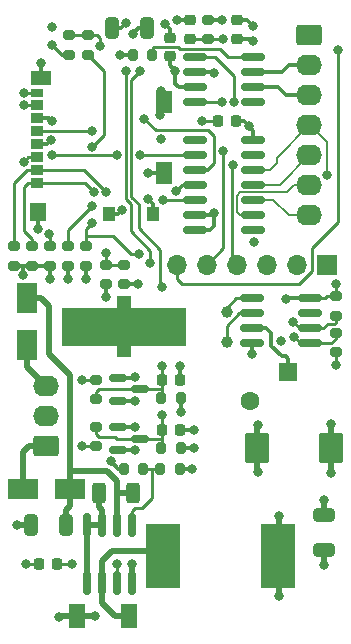
<source format=gtl>
G04 #@! TF.GenerationSoftware,KiCad,Pcbnew,6.0.0-d3dd2cf0fa~116~ubuntu18.04.1*
G04 #@! TF.CreationDate,2023-02-13T16:22:56+00:00*
G04 #@! TF.ProjectId,RemoteESP32,52656d6f-7465-4455-9350-33322e6b6963,rev?*
G04 #@! TF.SameCoordinates,Original*
G04 #@! TF.FileFunction,Copper,L1,Top*
G04 #@! TF.FilePolarity,Positive*
%FSLAX46Y46*%
G04 Gerber Fmt 4.6, Leading zero omitted, Abs format (unit mm)*
G04 Created by KiCad (PCBNEW 6.0.0-d3dd2cf0fa~116~ubuntu18.04.1) date 2023-02-13 16:22:56*
%MOMM*%
%LPD*%
G01*
G04 APERTURE LIST*
G04 Aperture macros list*
%AMRoundRect*
0 Rectangle with rounded corners*
0 $1 Rounding radius*
0 $2 $3 $4 $5 $6 $7 $8 $9 X,Y pos of 4 corners*
0 Add a 4 corners polygon primitive as box body*
4,1,4,$2,$3,$4,$5,$6,$7,$8,$9,$2,$3,0*
0 Add four circle primitives for the rounded corners*
1,1,$1+$1,$2,$3*
1,1,$1+$1,$4,$5*
1,1,$1+$1,$6,$7*
1,1,$1+$1,$8,$9*
0 Add four rect primitives between the rounded corners*
20,1,$1+$1,$2,$3,$4,$5,0*
20,1,$1+$1,$4,$5,$6,$7,0*
20,1,$1+$1,$6,$7,$8,$9,0*
20,1,$1+$1,$8,$9,$2,$3,0*%
G04 Aperture macros list end*
G04 #@! TA.AperFunction,ComponentPad*
%ADD10R,1.200000X1.200000*%
G04 #@! TD*
G04 #@! TA.AperFunction,SMDPad,CuDef*
%ADD11R,10.500000X3.200000*%
G04 #@! TD*
G04 #@! TA.AperFunction,ComponentPad*
%ADD12C,1.000000*%
G04 #@! TD*
G04 #@! TA.AperFunction,SMDPad,CuDef*
%ADD13RoundRect,0.225000X-0.250000X0.225000X-0.250000X-0.225000X0.250000X-0.225000X0.250000X0.225000X0*%
G04 #@! TD*
G04 #@! TA.AperFunction,SMDPad,CuDef*
%ADD14RoundRect,0.200000X-0.275000X0.200000X-0.275000X-0.200000X0.275000X-0.200000X0.275000X0.200000X0*%
G04 #@! TD*
G04 #@! TA.AperFunction,SMDPad,CuDef*
%ADD15RoundRect,0.150000X-0.825000X-0.150000X0.825000X-0.150000X0.825000X0.150000X-0.825000X0.150000X0*%
G04 #@! TD*
G04 #@! TA.AperFunction,SMDPad,CuDef*
%ADD16RoundRect,0.200000X0.275000X-0.200000X0.275000X0.200000X-0.275000X0.200000X-0.275000X-0.200000X0*%
G04 #@! TD*
G04 #@! TA.AperFunction,SMDPad,CuDef*
%ADD17RoundRect,0.150000X-0.587500X-0.150000X0.587500X-0.150000X0.587500X0.150000X-0.587500X0.150000X0*%
G04 #@! TD*
G04 #@! TA.AperFunction,SMDPad,CuDef*
%ADD18RoundRect,0.225000X0.225000X0.250000X-0.225000X0.250000X-0.225000X-0.250000X0.225000X-0.250000X0*%
G04 #@! TD*
G04 #@! TA.AperFunction,SMDPad,CuDef*
%ADD19RoundRect,0.200000X0.200000X0.275000X-0.200000X0.275000X-0.200000X-0.275000X0.200000X-0.275000X0*%
G04 #@! TD*
G04 #@! TA.AperFunction,ComponentPad*
%ADD20R,1.700000X1.700000*%
G04 #@! TD*
G04 #@! TA.AperFunction,ComponentPad*
%ADD21O,1.700000X1.700000*%
G04 #@! TD*
G04 #@! TA.AperFunction,SMDPad,CuDef*
%ADD22R,1.400000X2.100000*%
G04 #@! TD*
G04 #@! TA.AperFunction,SMDPad,CuDef*
%ADD23RoundRect,0.250000X0.312500X0.625000X-0.312500X0.625000X-0.312500X-0.625000X0.312500X-0.625000X0*%
G04 #@! TD*
G04 #@! TA.AperFunction,SMDPad,CuDef*
%ADD24R,1.800000X2.500000*%
G04 #@! TD*
G04 #@! TA.AperFunction,SMDPad,CuDef*
%ADD25R,2.900000X5.400000*%
G04 #@! TD*
G04 #@! TA.AperFunction,SMDPad,CuDef*
%ADD26R,2.500000X1.800000*%
G04 #@! TD*
G04 #@! TA.AperFunction,SMDPad,CuDef*
%ADD27RoundRect,0.225000X-0.225000X-0.250000X0.225000X-0.250000X0.225000X0.250000X-0.225000X0.250000X0*%
G04 #@! TD*
G04 #@! TA.AperFunction,SMDPad,CuDef*
%ADD28RoundRect,0.250000X0.787500X1.025000X-0.787500X1.025000X-0.787500X-1.025000X0.787500X-1.025000X0*%
G04 #@! TD*
G04 #@! TA.AperFunction,SMDPad,CuDef*
%ADD29R,1.100000X0.850000*%
G04 #@! TD*
G04 #@! TA.AperFunction,SMDPad,CuDef*
%ADD30R,1.100000X0.750000*%
G04 #@! TD*
G04 #@! TA.AperFunction,SMDPad,CuDef*
%ADD31R,1.000000X1.200000*%
G04 #@! TD*
G04 #@! TA.AperFunction,SMDPad,CuDef*
%ADD32R,1.800000X1.170000*%
G04 #@! TD*
G04 #@! TA.AperFunction,SMDPad,CuDef*
%ADD33R,1.350000X1.900000*%
G04 #@! TD*
G04 #@! TA.AperFunction,SMDPad,CuDef*
%ADD34R,1.350000X1.550000*%
G04 #@! TD*
G04 #@! TA.AperFunction,ComponentPad*
%ADD35R,1.600000X1.600000*%
G04 #@! TD*
G04 #@! TA.AperFunction,ComponentPad*
%ADD36C,1.600000*%
G04 #@! TD*
G04 #@! TA.AperFunction,SMDPad,CuDef*
%ADD37RoundRect,0.250000X0.325000X0.650000X-0.325000X0.650000X-0.325000X-0.650000X0.325000X-0.650000X0*%
G04 #@! TD*
G04 #@! TA.AperFunction,SMDPad,CuDef*
%ADD38RoundRect,0.200000X-0.200000X-0.275000X0.200000X-0.275000X0.200000X0.275000X-0.200000X0.275000X0*%
G04 #@! TD*
G04 #@! TA.AperFunction,ComponentPad*
%ADD39RoundRect,0.250000X0.845000X-0.620000X0.845000X0.620000X-0.845000X0.620000X-0.845000X-0.620000X0*%
G04 #@! TD*
G04 #@! TA.AperFunction,ComponentPad*
%ADD40O,2.190000X1.740000*%
G04 #@! TD*
G04 #@! TA.AperFunction,SMDPad,CuDef*
%ADD41RoundRect,0.150000X0.150000X-0.825000X0.150000X0.825000X-0.150000X0.825000X-0.150000X-0.825000X0*%
G04 #@! TD*
G04 #@! TA.AperFunction,SMDPad,CuDef*
%ADD42RoundRect,0.250000X-0.650000X0.325000X-0.650000X-0.325000X0.650000X-0.325000X0.650000X0.325000X0*%
G04 #@! TD*
G04 #@! TA.AperFunction,ComponentPad*
%ADD43RoundRect,0.250000X-0.845000X0.620000X-0.845000X-0.620000X0.845000X-0.620000X0.845000X0.620000X0*%
G04 #@! TD*
G04 #@! TA.AperFunction,ViaPad*
%ADD44C,0.800000*%
G04 #@! TD*
G04 #@! TA.AperFunction,Conductor*
%ADD45C,0.200000*%
G04 #@! TD*
G04 #@! TA.AperFunction,Conductor*
%ADD46C,0.250000*%
G04 #@! TD*
G04 #@! TA.AperFunction,Conductor*
%ADD47C,0.500000*%
G04 #@! TD*
G04 #@! TA.AperFunction,Conductor*
%ADD48C,0.300000*%
G04 #@! TD*
G04 APERTURE END LIST*
D10*
X138411200Y-106671600D03*
X138411200Y-110671600D03*
D11*
X138411200Y-108671600D03*
D12*
X147161200Y-109941600D03*
X147161200Y-107401600D03*
D13*
X148031200Y-82740200D03*
X148031200Y-84290200D03*
D14*
X130657600Y-101882200D03*
X130657600Y-103532200D03*
D15*
X144438600Y-92862400D03*
X144438600Y-94132400D03*
X144438600Y-95402400D03*
X144438600Y-96672400D03*
X144438600Y-97942400D03*
X144438600Y-99212400D03*
X144438600Y-100482400D03*
X149388600Y-100482400D03*
X149388600Y-99212400D03*
X149388600Y-97942400D03*
X149388600Y-96672400D03*
X149388600Y-95402400D03*
X149388600Y-94132400D03*
X149388600Y-92862400D03*
D14*
X136906000Y-103444800D03*
X136906000Y-105094800D03*
D16*
X145592800Y-84340200D03*
X145592800Y-82690200D03*
D17*
X137898900Y-113034800D03*
X137898900Y-114934800D03*
X139773900Y-113984800D03*
D18*
X132804200Y-128778000D03*
X131254200Y-128778000D03*
D19*
X140829800Y-85699600D03*
X139179800Y-85699600D03*
D20*
X155600400Y-103418400D03*
D21*
X153060400Y-103418400D03*
X150520400Y-103418400D03*
X147980400Y-103418400D03*
X145440400Y-103418400D03*
X142900400Y-103418400D03*
D13*
X142341600Y-84213400D03*
X142341600Y-85763400D03*
D14*
X129133600Y-101882200D03*
X129133600Y-103532200D03*
D13*
X144068800Y-82740200D03*
X144068800Y-84290200D03*
D22*
X138902800Y-133197600D03*
X134502800Y-133197600D03*
D14*
X135229600Y-101882200D03*
X135229600Y-103532200D03*
D23*
X136307100Y-122732800D03*
X139232100Y-122732800D03*
D19*
X143268200Y-118912400D03*
X141618200Y-118912400D03*
X143240500Y-114746800D03*
X141590500Y-114746800D03*
D16*
X136093200Y-114809800D03*
X136093200Y-113159800D03*
D24*
X130200400Y-106244400D03*
X130200400Y-110244400D03*
D15*
X149264600Y-106288600D03*
X149264600Y-107558600D03*
X149264600Y-108828600D03*
X149264600Y-110098600D03*
X154214600Y-110098600D03*
X154214600Y-108828600D03*
X154214600Y-107558600D03*
X154214600Y-106288600D03*
D25*
X141758800Y-128117600D03*
X151458800Y-128117600D03*
D14*
X132181600Y-101882200D03*
X132181600Y-103532200D03*
D26*
X133908800Y-122428000D03*
X129908800Y-122428000D03*
D27*
X146392600Y-91287600D03*
X147942600Y-91287600D03*
D28*
X155969700Y-118984000D03*
X149744700Y-118984000D03*
D17*
X137898900Y-117200400D03*
X137898900Y-119100400D03*
X139773900Y-118150400D03*
D29*
X131049600Y-96515800D03*
X131049600Y-95415800D03*
X131049600Y-94315800D03*
X131049600Y-93215800D03*
X131049600Y-92115800D03*
X131049600Y-91015800D03*
X131049600Y-89915800D03*
D30*
X131049600Y-88865800D03*
D31*
X137199600Y-99150800D03*
X140899600Y-99150800D03*
D32*
X131399600Y-87655800D03*
D33*
X141874600Y-95650800D03*
X141874600Y-89680800D03*
D34*
X131174600Y-98975800D03*
D35*
X152348600Y-112556600D03*
D36*
X149098600Y-115006600D03*
D37*
X133555000Y-125476000D03*
X130605000Y-125476000D03*
D14*
X138430000Y-103444800D03*
X138430000Y-105094800D03*
D38*
X138443200Y-120700800D03*
X140093200Y-120700800D03*
D18*
X143190500Y-113222800D03*
X141640500Y-113222800D03*
D16*
X156362400Y-107748600D03*
X156362400Y-106098600D03*
D14*
X133807200Y-84011000D03*
X133807200Y-85661000D03*
D39*
X131826000Y-118810800D03*
D40*
X131826000Y-116270800D03*
X131826000Y-113730800D03*
D41*
X135305800Y-130389400D03*
X136575800Y-130389400D03*
X137845800Y-130389400D03*
X139115800Y-130389400D03*
X139115800Y-125439400D03*
X137845800Y-125439400D03*
X136575800Y-125439400D03*
X135305800Y-125439400D03*
D18*
X143218200Y-117388400D03*
X141668200Y-117388400D03*
D14*
X136093200Y-117173000D03*
X136093200Y-118823000D03*
D38*
X141535900Y-120700800D03*
X143185900Y-120700800D03*
D42*
X155346400Y-124651000D03*
X155346400Y-127601000D03*
D37*
X140362200Y-83413600D03*
X137412200Y-83413600D03*
D14*
X156362400Y-109197400D03*
X156362400Y-110847400D03*
D15*
X144438600Y-85877400D03*
X144438600Y-87147400D03*
X144438600Y-88417400D03*
X144438600Y-89687400D03*
X149388600Y-89687400D03*
X149388600Y-88417400D03*
X149388600Y-87147400D03*
X149388600Y-85877400D03*
D14*
X135382000Y-84011000D03*
X135382000Y-85661000D03*
D43*
X154127200Y-84012800D03*
D40*
X154127200Y-86552800D03*
X154127200Y-89092800D03*
X154127200Y-91632800D03*
X154127200Y-94172800D03*
X154127200Y-96712800D03*
X154127200Y-99252800D03*
D14*
X133705600Y-101882200D03*
X133705600Y-103532200D03*
D44*
X139395200Y-117185200D03*
X139115800Y-128778000D03*
X138315100Y-98776485D03*
X149453600Y-101498400D03*
X144373600Y-118963200D03*
X130149600Y-128778000D03*
X151739600Y-109920800D03*
X138125200Y-85699600D03*
X137312400Y-120091200D03*
X141478000Y-90769200D03*
X141574516Y-92774100D03*
X131419600Y-86349600D03*
X140512800Y-97891600D03*
X136906000Y-106200200D03*
X140512800Y-95656400D03*
X144373600Y-117388400D03*
X143256000Y-115915200D03*
X149250400Y-110987600D03*
X149758400Y-116992400D03*
X132334000Y-83301600D03*
X142951200Y-82753200D03*
X149402800Y-83261200D03*
X131165600Y-100421200D03*
X141935200Y-83058000D03*
X129387600Y-125476000D03*
X143205200Y-112003600D03*
X139395200Y-112968800D03*
X132983200Y-133223000D03*
X155346400Y-128879600D03*
X146100800Y-99060000D03*
X146100800Y-87172800D03*
X145034000Y-91287600D03*
X135980400Y-133172200D03*
X141579600Y-88737200D03*
X149758400Y-121005600D03*
X132334000Y-84836000D03*
X138633200Y-82956400D03*
X132334000Y-91226400D03*
X141630400Y-105298000D03*
X139804925Y-87067876D03*
X141630400Y-112003600D03*
X146812000Y-84328000D03*
X156565600Y-85293200D03*
X139598400Y-105094800D03*
X129895600Y-104332800D03*
X144240500Y-120700800D03*
X155956000Y-116941600D03*
X148996400Y-91694000D03*
X132181600Y-104637600D03*
X133705600Y-104637600D03*
X151536400Y-124714000D03*
X156362400Y-105044000D03*
X151536400Y-131521200D03*
X132306535Y-92840300D03*
X156362400Y-111952800D03*
X156006800Y-121056400D03*
X152196800Y-106314000D03*
X146761200Y-82702400D03*
X149402800Y-84531200D03*
X139395200Y-119115600D03*
X139395200Y-114950000D03*
X155346400Y-123393200D03*
X135229600Y-104637600D03*
X142798800Y-87007100D03*
X139192000Y-83870800D03*
X134874000Y-113172000D03*
X135737600Y-99862400D03*
X139750800Y-102554800D03*
X147675600Y-94996000D03*
X146862800Y-93827600D03*
X135890000Y-97271600D03*
X129946400Y-88856049D03*
X135737600Y-98490800D03*
X136956800Y-97284900D03*
X129959700Y-94716921D03*
X132090851Y-100810066D03*
X135737600Y-92140800D03*
X129959700Y-89905600D03*
X136906000Y-102402400D03*
X152755600Y-108244400D03*
X147777200Y-89662000D03*
X146761200Y-89662000D03*
X137820400Y-128778000D03*
X134010400Y-128778000D03*
X141681200Y-116118400D03*
X140667981Y-103328179D03*
X138582400Y-87071200D03*
X134874000Y-118810800D03*
X155600400Y-95798400D03*
X140157200Y-91084400D03*
X136448800Y-84937600D03*
X135737600Y-93436200D03*
X142849600Y-97180400D03*
X152857200Y-109514400D03*
X137820400Y-94127925D03*
X139784249Y-94149751D03*
X132334000Y-94132400D03*
X141732000Y-97942400D03*
D45*
X152816800Y-96712800D02*
X154127200Y-96712800D01*
D46*
X148188800Y-107558600D02*
X147161200Y-108586200D01*
X147161200Y-108586200D02*
X147161200Y-109636800D01*
X149264600Y-107558600D02*
X148188800Y-107558600D01*
D47*
X134502800Y-133197600D02*
X133008600Y-133197600D01*
D48*
X144068800Y-82740200D02*
X142964200Y-82740200D01*
X144438600Y-100482400D02*
X145745200Y-100482400D01*
D46*
X131254200Y-128778000D02*
X130149600Y-128778000D01*
D48*
X140518400Y-95650800D02*
X140512800Y-95656400D01*
X149264600Y-110098600D02*
X149250400Y-110112800D01*
X131399600Y-86369600D02*
X131419600Y-86349600D01*
X146075400Y-87147400D02*
X146100800Y-87172800D01*
X149250400Y-110112800D02*
X149250400Y-110987600D01*
X143268200Y-118912400D02*
X144322800Y-118912400D01*
X139179800Y-85699600D02*
X138125200Y-85699600D01*
X139380000Y-117200400D02*
X139395200Y-117185200D01*
X143218200Y-117388400D02*
X144373600Y-117388400D01*
X132123400Y-91015800D02*
X132334000Y-91226400D01*
X133159000Y-85661000D02*
X132334000Y-84836000D01*
X137922000Y-120700800D02*
X137312400Y-120091200D01*
X144322800Y-118912400D02*
X144373600Y-118963200D01*
X142341600Y-84213400D02*
X142341600Y-83464400D01*
X137898900Y-113034800D02*
X139329200Y-113034800D01*
D47*
X149744700Y-120991900D02*
X149758400Y-121005600D01*
D48*
X142964200Y-82740200D02*
X142951200Y-82753200D01*
X140899600Y-98278400D02*
X140512800Y-97891600D01*
X143240500Y-115899700D02*
X143256000Y-115915200D01*
X137199600Y-99150800D02*
X137940785Y-99150800D01*
X143190500Y-113222800D02*
X143190500Y-112018300D01*
D47*
X149744700Y-118984000D02*
X149744700Y-120991900D01*
X149744700Y-118984000D02*
X149744700Y-117006100D01*
X133008600Y-133197600D02*
X132983200Y-133223000D01*
D48*
X144438600Y-87147400D02*
X146075400Y-87147400D01*
X133807200Y-85661000D02*
X133159000Y-85661000D01*
X139329200Y-113034800D02*
X139395200Y-112968800D01*
X143190500Y-112018300D02*
X143205200Y-112003600D01*
X145948400Y-99212400D02*
X146100800Y-99060000D01*
X144438600Y-99212400D02*
X145948400Y-99212400D01*
X137412200Y-83413600D02*
X138176000Y-83413600D01*
D47*
X135955000Y-133197600D02*
X135980400Y-133172200D01*
D48*
X148881800Y-82740200D02*
X148031200Y-82740200D01*
X149402800Y-83261200D02*
X148881800Y-82740200D01*
X146100800Y-100126800D02*
X146100800Y-99060000D01*
D47*
X139115800Y-130389400D02*
X139115800Y-128778000D01*
D48*
X141874600Y-95650800D02*
X140518400Y-95650800D01*
X137940785Y-99150800D02*
X138315100Y-98776485D01*
X131174600Y-100412200D02*
X131165600Y-100421200D01*
X138443200Y-120700800D02*
X137922000Y-120700800D01*
X131049600Y-91015800D02*
X132123400Y-91015800D01*
X138176000Y-83413600D02*
X138633200Y-82956400D01*
D46*
X146392600Y-91287600D02*
X145034000Y-91287600D01*
D48*
X136906000Y-105094800D02*
X136906000Y-106200200D01*
D47*
X155346400Y-127601000D02*
X155346400Y-128879600D01*
D48*
X137898900Y-117200400D02*
X139380000Y-117200400D01*
X145745200Y-100482400D02*
X146100800Y-100126800D01*
X140899600Y-99150800D02*
X140899600Y-98278400D01*
X142341600Y-83464400D02*
X141935200Y-83058000D01*
X131399600Y-87655800D02*
X131399600Y-86369600D01*
D47*
X134502800Y-133197600D02*
X135955000Y-133197600D01*
D48*
X131174600Y-98975800D02*
X131174600Y-100412200D01*
D47*
X130605000Y-125476000D02*
X129387600Y-125476000D01*
D48*
X143240500Y-114746800D02*
X143240500Y-115899700D01*
D47*
X149744700Y-117006100D02*
X149758400Y-116992400D01*
D48*
X150876000Y-109209600D02*
X150876000Y-110276400D01*
X152146000Y-111190800D02*
X152349200Y-111394000D01*
X152349200Y-111394000D02*
X152348600Y-111394600D01*
X152348600Y-111394600D02*
X152348600Y-112556600D01*
X149264600Y-108828600D02*
X150495000Y-108828600D01*
X150495000Y-108828600D02*
X150876000Y-109209600D01*
X150876000Y-110276400D02*
X151790400Y-111190800D01*
X151790400Y-111190800D02*
X152146000Y-111190800D01*
D46*
X139682400Y-98331200D02*
X139058511Y-97707311D01*
X141522102Y-102202902D02*
X139682400Y-100363200D01*
X136093200Y-114809800D02*
X136093200Y-114238800D01*
X141640500Y-114696800D02*
X141590500Y-114746800D01*
X141640500Y-113974700D02*
X141640500Y-114696800D01*
X139773900Y-113984800D02*
X141630400Y-113984800D01*
X136093200Y-114238800D02*
X136347200Y-113984800D01*
X141522102Y-105189702D02*
X141522102Y-102202902D01*
X141630400Y-105298000D02*
X141522102Y-105189702D01*
X136347200Y-113984800D02*
X139773900Y-113984800D01*
X139682400Y-100363200D02*
X139682400Y-98331200D01*
X139058511Y-97707311D02*
X139058511Y-87814290D01*
X141630400Y-113984800D02*
X141640500Y-113974700D01*
X141640500Y-112013700D02*
X141630400Y-112003600D01*
X141640500Y-113222800D02*
X141640500Y-112013700D01*
X139058511Y-87814290D02*
X139804925Y-87067876D01*
X141640500Y-113222800D02*
X141640500Y-113974700D01*
X153265179Y-105042421D02*
X154330400Y-103977200D01*
X144068800Y-84290200D02*
X145542800Y-84290200D01*
X145592800Y-84340200D02*
X146799800Y-84340200D01*
X146799800Y-84340200D02*
X146812000Y-84328000D01*
X156565600Y-89092800D02*
X156565600Y-85293200D01*
X154330400Y-103977200D02*
X154330400Y-102046800D01*
X154330400Y-102046800D02*
X156565600Y-99811600D01*
X142900400Y-103418400D02*
X142900400Y-104620481D01*
X142900400Y-104620481D02*
X143322340Y-105042421D01*
X156565600Y-99811600D02*
X156565600Y-89092800D01*
X143322340Y-105042421D02*
X153265179Y-105042421D01*
X145542800Y-84290200D02*
X145592800Y-84340200D01*
D48*
X139380000Y-119100400D02*
X139395200Y-119115600D01*
X135229600Y-103532200D02*
X135229600Y-104637600D01*
D46*
X156362400Y-110847400D02*
X156362400Y-111952800D01*
D48*
X152222200Y-106288600D02*
X152196800Y-106314000D01*
D46*
X156362400Y-106098600D02*
X156362400Y-105044000D01*
D48*
X129133600Y-103532200D02*
X130657600Y-103532200D01*
X145592800Y-82690200D02*
X146749000Y-82690200D01*
D46*
X154214600Y-106288600D02*
X155473400Y-106288600D01*
D48*
X133705600Y-103532200D02*
X133705600Y-104637600D01*
D47*
X155969700Y-121019300D02*
X156006800Y-121056400D01*
D48*
X148590000Y-91287600D02*
X148996400Y-91694000D01*
D47*
X155969700Y-118984000D02*
X155969700Y-116955300D01*
D48*
X142341600Y-86549900D02*
X142341600Y-85763400D01*
D46*
X155663400Y-106098600D02*
X156362400Y-106098600D01*
D47*
X155969700Y-118984000D02*
X155969700Y-121019300D01*
D48*
X149161800Y-84290200D02*
X148031200Y-84290200D01*
X137898900Y-119100400D02*
X139380000Y-119100400D01*
X142798800Y-87007100D02*
X142341600Y-86549900D01*
X143078200Y-88417400D02*
X142798800Y-88138000D01*
X149388600Y-92086200D02*
X148996400Y-91694000D01*
X129895600Y-103532200D02*
X129895600Y-104332800D01*
X138430000Y-105094800D02*
X139598400Y-105094800D01*
X131049600Y-93215800D02*
X131931035Y-93215800D01*
D46*
X155473400Y-106288600D02*
X155663400Y-106098600D01*
D48*
X146749000Y-82690200D02*
X146761200Y-82702400D01*
X139380000Y-114934800D02*
X139395200Y-114950000D01*
X144438600Y-88417400D02*
X143078200Y-88417400D01*
D47*
X151536400Y-124714000D02*
X151536400Y-128040000D01*
D48*
X137898900Y-114934800D02*
X139380000Y-114934800D01*
X132181600Y-103532200D02*
X132181600Y-104637600D01*
X140362200Y-83413600D02*
X139649200Y-83413600D01*
X129133600Y-103532200D02*
X129895600Y-103532200D01*
D47*
X151536400Y-128040000D02*
X151458800Y-128117600D01*
X151536400Y-131521200D02*
X151536400Y-128195200D01*
X155346400Y-124651000D02*
X155346400Y-123393200D01*
D48*
X139649200Y-83413600D02*
X139192000Y-83870800D01*
X149388600Y-92862400D02*
X149388600Y-92086200D01*
D47*
X155969700Y-116955300D02*
X155956000Y-116941600D01*
D48*
X154214600Y-106288600D02*
X152222200Y-106288600D01*
X130657600Y-103532200D02*
X132181600Y-103532200D01*
X143185900Y-120700800D02*
X144240500Y-120700800D01*
X131931035Y-93215800D02*
X132306535Y-92840300D01*
D47*
X151536400Y-128195200D02*
X151458800Y-128117600D01*
D48*
X149402800Y-84531200D02*
X149161800Y-84290200D01*
X147942600Y-91287600D02*
X148590000Y-91287600D01*
X142798800Y-88138000D02*
X142798800Y-87007100D01*
D47*
X139232100Y-122732800D02*
X137871200Y-122732800D01*
X133555000Y-124204200D02*
X133908800Y-123850400D01*
X133555000Y-125476000D02*
X133555000Y-124204200D01*
X133908800Y-112765600D02*
X133908800Y-120904000D01*
X131451600Y-106244400D02*
X132130800Y-106923600D01*
X132130800Y-110987600D02*
X133908800Y-112765600D01*
X133908800Y-123850400D02*
X133908800Y-122428000D01*
X137845800Y-122707400D02*
X137845800Y-121742200D01*
X137845800Y-125439400D02*
X137845800Y-122707400D01*
X137871200Y-122732800D02*
X137845800Y-122707400D01*
X137007600Y-120904000D02*
X133908800Y-120904000D01*
X133908800Y-120904000D02*
X133908800Y-122519200D01*
X130200400Y-106244400D02*
X131451600Y-106244400D01*
X132130800Y-106923600D02*
X132130800Y-110987600D01*
X137845800Y-121742200D02*
X137007600Y-120904000D01*
D46*
X136093200Y-113159800D02*
X134886200Y-113159800D01*
D47*
X130200400Y-110244400D02*
X130200400Y-112105200D01*
D46*
X134886200Y-113159800D02*
X134874000Y-113172000D01*
D47*
X130200400Y-112105200D02*
X131826000Y-113730800D01*
D46*
X137561889Y-101096511D02*
X139020178Y-102554800D01*
X135229600Y-101041200D02*
X135229600Y-101882200D01*
X135737600Y-99862400D02*
X135229600Y-100370400D01*
X137506578Y-101041200D02*
X137561889Y-101096511D01*
X135229600Y-101041200D02*
X137506578Y-101041200D01*
X135229600Y-100370400D02*
X135229600Y-101041200D01*
X139020178Y-102554800D02*
X139750800Y-102554800D01*
X147555889Y-102993889D02*
X147555889Y-95115711D01*
X147980400Y-103418400D02*
X147555889Y-102993889D01*
X147555889Y-95115711D02*
X147675600Y-94996000D01*
X145440400Y-103418400D02*
X146862800Y-101996000D01*
X146862800Y-101996000D02*
X146862800Y-93827600D01*
X131049600Y-96515800D02*
X135134200Y-96515800D01*
X130295800Y-96515800D02*
X131049600Y-96515800D01*
X129946400Y-96865200D02*
X130295800Y-96515800D01*
X130657600Y-101284800D02*
X129946400Y-100573600D01*
X135134200Y-96515800D02*
X135890000Y-97271600D01*
X130657600Y-101882200D02*
X130657600Y-101284800D01*
X129946400Y-100573600D02*
X129946400Y-96865200D01*
X133705600Y-100522800D02*
X135737600Y-98490800D01*
X129956151Y-88865800D02*
X129946400Y-88856049D01*
X131049600Y-88865800D02*
X129956151Y-88865800D01*
X133705600Y-101882200D02*
X133705600Y-100522800D01*
X129133600Y-101882200D02*
X129133600Y-96531800D01*
X135087700Y-95415800D02*
X136956800Y-97284900D01*
X131049600Y-95415800D02*
X135087700Y-95415800D01*
X130249600Y-95415800D02*
X131049600Y-95415800D01*
X129133600Y-96531800D02*
X130249600Y-95415800D01*
X132181600Y-101882200D02*
X132181600Y-100900815D01*
X131049600Y-94315800D02*
X130360821Y-94315800D01*
X132181600Y-100900815D02*
X132090851Y-100810066D01*
X130360821Y-94315800D02*
X129959700Y-94716921D01*
X131049600Y-92115800D02*
X135712600Y-92115800D01*
X135712600Y-92115800D02*
X135737600Y-92140800D01*
X136906000Y-103444800D02*
X136906000Y-102402400D01*
X136906000Y-103444800D02*
X138430000Y-103444800D01*
X131049600Y-89915800D02*
X129969900Y-89915800D01*
X129969900Y-89915800D02*
X129959700Y-89905600D01*
X156260800Y-108447600D02*
X156362400Y-108346000D01*
X156362400Y-108346000D02*
X156362400Y-107748600D01*
X154214600Y-108828600D02*
X155321000Y-108828600D01*
X155321000Y-108828600D02*
X155702000Y-108447600D01*
X153339800Y-108828600D02*
X152755600Y-108244400D01*
X155702000Y-108447600D02*
X156260800Y-108447600D01*
X154214600Y-108828600D02*
X153339800Y-108828600D01*
X140817600Y-120700800D02*
X141535900Y-120700800D01*
X139954000Y-124053600D02*
X140817600Y-123190000D01*
X140817600Y-123190000D02*
X140817600Y-120700800D01*
X140093200Y-120700800D02*
X140817600Y-120700800D01*
X139115800Y-124282200D02*
X139115800Y-125439400D01*
X139115800Y-124282200D02*
X139344400Y-124053600D01*
X139344400Y-124053600D02*
X139954000Y-124053600D01*
X146177000Y-85877400D02*
X146913600Y-86614000D01*
X147777200Y-87477600D02*
X147777200Y-89662000D01*
X146913600Y-86614000D02*
X147777200Y-87477600D01*
X144438600Y-85877400D02*
X146177000Y-85877400D01*
X146735800Y-89687400D02*
X146761200Y-89662000D01*
X144438600Y-89687400D02*
X146735800Y-89687400D01*
X137845800Y-129147800D02*
X137845800Y-130389400D01*
X137845800Y-129147800D02*
X137845800Y-128803400D01*
X134010400Y-128778000D02*
X132804200Y-128778000D01*
X137845800Y-128803400D02*
X137820400Y-128778000D01*
X141668200Y-118862400D02*
X141618200Y-118912400D01*
X141668200Y-118188200D02*
X141668200Y-118862400D01*
X139039600Y-100604200D02*
X139039600Y-98324104D01*
X138582400Y-97866904D02*
X138582400Y-87071200D01*
X140667981Y-102232581D02*
X139039600Y-100604200D01*
X139773900Y-118150400D02*
X141630400Y-118150400D01*
X141668200Y-117388400D02*
X141668200Y-116131400D01*
X141630400Y-118150400D02*
X141668200Y-118188200D01*
X137871200Y-118150400D02*
X139773900Y-118150400D01*
X141668200Y-116131400D02*
X141681200Y-116118400D01*
X137718800Y-117998000D02*
X137871200Y-118150400D01*
X136347200Y-117998000D02*
X137718800Y-117998000D01*
X141668200Y-117388400D02*
X141668200Y-118188200D01*
X139039600Y-98324104D02*
X138582400Y-97866904D01*
X140667981Y-103328179D02*
X140667981Y-102232581D01*
X136093200Y-117173000D02*
X136093200Y-117744000D01*
X136093200Y-117744000D02*
X136347200Y-117998000D01*
D47*
X130403600Y-118810800D02*
X129908800Y-119305600D01*
D46*
X136093200Y-118823000D02*
X134886200Y-118823000D01*
X134886200Y-118823000D02*
X134874000Y-118810800D01*
D47*
X129908800Y-119305600D02*
X129908800Y-122519200D01*
X131826000Y-118810800D02*
X130403600Y-118810800D01*
X141352400Y-127711200D02*
X141758800Y-128117600D01*
X136575800Y-132054600D02*
X136575800Y-130389400D01*
X136575800Y-128549400D02*
X137414000Y-127711200D01*
X137718800Y-133197600D02*
X136575800Y-132054600D01*
X137414000Y-127711200D02*
X141352400Y-127711200D01*
X138902800Y-133197600D02*
X137718800Y-133197600D01*
X136575800Y-130389400D02*
X136575800Y-128549400D01*
D48*
X149388600Y-87147400D02*
X151815800Y-87147400D01*
X151815800Y-87147400D02*
X152410400Y-86552800D01*
X152410400Y-86552800D02*
X154127200Y-86552800D01*
X149388600Y-88417400D02*
X151511000Y-88417400D01*
X152186400Y-89092800D02*
X154127200Y-89092800D01*
X151511000Y-88417400D02*
X152186400Y-89092800D01*
D45*
X154127200Y-91632800D02*
X151384000Y-94376000D01*
X155600400Y-95798400D02*
X155600400Y-93055200D01*
X151384000Y-94843600D02*
X150825200Y-95402400D01*
X155600400Y-93055200D02*
X154178000Y-91632800D01*
X154178000Y-91632800D02*
X154127200Y-91632800D01*
X151384000Y-94376000D02*
X151384000Y-94843600D01*
X150825200Y-95402400D02*
X149388600Y-95402400D01*
X154127200Y-94172800D02*
X151627600Y-96672400D01*
X151627600Y-96672400D02*
X149388600Y-96672400D01*
X148234400Y-99212400D02*
X147980400Y-98958400D01*
X147980400Y-97637600D02*
X148310600Y-97307400D01*
X148310600Y-97307400D02*
X152222200Y-97307400D01*
X152222200Y-97307400D02*
X152816800Y-96712800D01*
X149388600Y-99212400D02*
X148234400Y-99212400D01*
X147980400Y-98958400D02*
X147980400Y-97637600D01*
X149388600Y-97942400D02*
X151100000Y-97942400D01*
X151100000Y-97942400D02*
X152410400Y-99252800D01*
X154127200Y-99252800D02*
X152410400Y-99252800D01*
D46*
X136448800Y-84937600D02*
X136448800Y-84277200D01*
X145592800Y-92049600D02*
X141122400Y-92049600D01*
X133807200Y-84011000D02*
X135382000Y-84011000D01*
X145440400Y-95402400D02*
X146050000Y-94792800D01*
X141122400Y-92049600D02*
X140157200Y-91084400D01*
X146050000Y-94792800D02*
X146050000Y-92506800D01*
X146050000Y-92506800D02*
X145592800Y-92049600D01*
X136448800Y-84277200D02*
X136182600Y-84011000D01*
X144438600Y-95402400D02*
X145440400Y-95402400D01*
X136182600Y-84011000D02*
X135382000Y-84011000D01*
X136753600Y-92420200D02*
X135737600Y-93436200D01*
X136753600Y-87032600D02*
X136753600Y-92420200D01*
X135382000Y-85661000D02*
X136753600Y-87032600D01*
X144438600Y-96672400D02*
X143357600Y-96672400D01*
X143357600Y-96672400D02*
X142849600Y-97180400D01*
X146558000Y-85140800D02*
X147294600Y-85877400D01*
X143052800Y-84988400D02*
X143205200Y-85140800D01*
X147294600Y-85877400D02*
X149388600Y-85877400D01*
X140970000Y-84988400D02*
X143052800Y-84988400D01*
X140829800Y-85699600D02*
X140829800Y-85128600D01*
X140829800Y-85128600D02*
X140970000Y-84988400D01*
X143205200Y-85140800D02*
X146558000Y-85140800D01*
X156362400Y-109717600D02*
X156362400Y-109197400D01*
X155981400Y-110098600D02*
X156362400Y-109717600D01*
X154214600Y-110098600D02*
X153441400Y-110098600D01*
X154214600Y-110098600D02*
X155981400Y-110098600D01*
X153441400Y-110098600D02*
X152857200Y-109514400D01*
D47*
X136575800Y-125439400D02*
X135305800Y-125439400D01*
X135305800Y-125439400D02*
X135305800Y-130389400D01*
X136575800Y-125439400D02*
X136575800Y-124180600D01*
X136307100Y-123911900D02*
X136307100Y-122732800D01*
X136575800Y-124180600D02*
X136307100Y-123911900D01*
D46*
X149264600Y-106288600D02*
X147969400Y-106288600D01*
X147969400Y-106288600D02*
X147161200Y-107096800D01*
X139801600Y-94132400D02*
X139784249Y-94149751D01*
X132362301Y-94160701D02*
X137787624Y-94160701D01*
X132334000Y-94132400D02*
X132362301Y-94160701D01*
X137787624Y-94160701D02*
X137820400Y-94127925D01*
X144438600Y-94132400D02*
X139801600Y-94132400D01*
X144438600Y-97942400D02*
X141732000Y-97942400D01*
M02*

</source>
